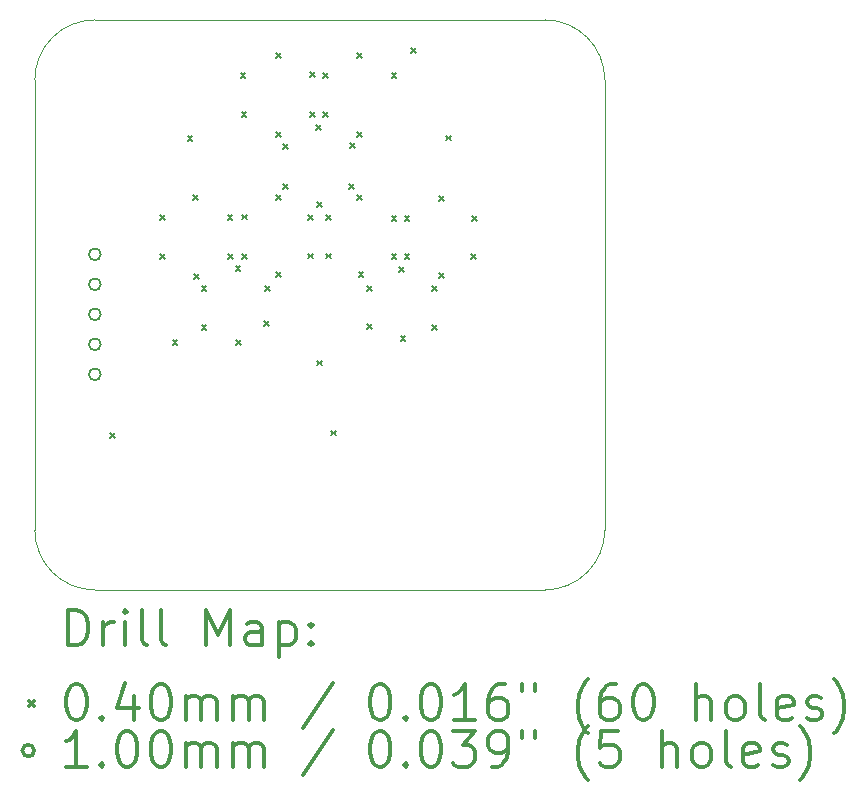
<source format=gbr>
%FSLAX45Y45*%
G04 Gerber Fmt 4.5, Leading zero omitted, Abs format (unit mm)*
G04 Created by KiCad (PCBNEW (5.0.2)-1) date 12/03/2019 22:47:55*
%MOMM*%
%LPD*%
G01*
G04 APERTURE LIST*
%ADD10C,0.100000*%
%ADD11C,0.200000*%
%ADD12C,0.300000*%
G04 APERTURE END LIST*
D10*
X16179800Y-11709400D02*
G75*
G02X15671800Y-12217400I-508000J0D01*
G01*
X11861800Y-12217400D02*
G75*
G02X11353800Y-11709400I0J508000D01*
G01*
X11353800Y-7899400D02*
G75*
G02X11861800Y-7391400I508000J0D01*
G01*
X15671800Y-7391400D02*
G75*
G02X16179800Y-7899400I0J-508000D01*
G01*
X11353800Y-11709400D02*
X11353800Y-7899400D01*
X15671800Y-12217400D02*
X11861800Y-12217400D01*
X16179800Y-7899400D02*
X16179800Y-11709400D01*
X11861800Y-7391400D02*
X15671800Y-7391400D01*
D11*
X11990000Y-10890000D02*
X12030000Y-10930000D01*
X12030000Y-10890000D02*
X11990000Y-10930000D01*
X12415800Y-9043000D02*
X12455800Y-9083000D01*
X12455800Y-9043000D02*
X12415800Y-9083000D01*
X12415800Y-9373000D02*
X12455800Y-9413000D01*
X12455800Y-9373000D02*
X12415800Y-9413000D01*
X12520000Y-10100000D02*
X12560000Y-10140000D01*
X12560000Y-10100000D02*
X12520000Y-10140000D01*
X12647500Y-8375000D02*
X12687500Y-8415000D01*
X12687500Y-8375000D02*
X12647500Y-8415000D01*
X12695800Y-8873000D02*
X12735800Y-8913000D01*
X12735800Y-8873000D02*
X12695800Y-8913000D01*
X12705800Y-9543000D02*
X12745800Y-9583000D01*
X12745800Y-9543000D02*
X12705800Y-9583000D01*
X12765800Y-9643000D02*
X12805800Y-9683000D01*
X12805800Y-9643000D02*
X12765800Y-9683000D01*
X12765800Y-9973000D02*
X12805800Y-10013000D01*
X12805800Y-9973000D02*
X12765800Y-10013000D01*
X12985800Y-9043000D02*
X13025800Y-9083000D01*
X13025800Y-9043000D02*
X12985800Y-9083000D01*
X12990000Y-9372500D02*
X13030000Y-9412500D01*
X13030000Y-9372500D02*
X12990000Y-9412500D01*
X13055000Y-9475000D02*
X13095000Y-9515000D01*
X13095000Y-9475000D02*
X13055000Y-9515000D01*
X13055800Y-10100000D02*
X13095800Y-10140000D01*
X13095800Y-10100000D02*
X13055800Y-10140000D01*
X13095800Y-7843000D02*
X13135800Y-7883000D01*
X13135800Y-7843000D02*
X13095800Y-7883000D01*
X13105800Y-8173000D02*
X13145800Y-8213000D01*
X13145800Y-8173000D02*
X13105800Y-8213000D01*
X13110000Y-9040000D02*
X13150000Y-9080000D01*
X13150000Y-9040000D02*
X13110000Y-9080000D01*
X13110000Y-9372500D02*
X13150000Y-9412500D01*
X13150000Y-9372500D02*
X13110000Y-9412500D01*
X13295000Y-9942500D02*
X13335000Y-9982500D01*
X13335000Y-9942500D02*
X13295000Y-9982500D01*
X13305000Y-9647500D02*
X13345000Y-9687500D01*
X13345000Y-9647500D02*
X13305000Y-9687500D01*
X13395800Y-7673000D02*
X13435800Y-7713000D01*
X13435800Y-7673000D02*
X13395800Y-7713000D01*
X13395800Y-8343000D02*
X13435800Y-8383000D01*
X13435800Y-8343000D02*
X13395800Y-8383000D01*
X13395800Y-8873000D02*
X13435800Y-8913000D01*
X13435800Y-8873000D02*
X13395800Y-8913000D01*
X13400000Y-9530000D02*
X13440000Y-9570000D01*
X13440000Y-9530000D02*
X13400000Y-9570000D01*
X13455800Y-8443000D02*
X13495800Y-8483000D01*
X13495800Y-8443000D02*
X13455800Y-8483000D01*
X13455800Y-8783000D02*
X13495800Y-8823000D01*
X13495800Y-8783000D02*
X13455800Y-8823000D01*
X13670000Y-9045000D02*
X13710000Y-9085000D01*
X13710000Y-9045000D02*
X13670000Y-9085000D01*
X13670000Y-9370000D02*
X13710000Y-9410000D01*
X13710000Y-9370000D02*
X13670000Y-9410000D01*
X13685000Y-8170000D02*
X13725000Y-8210000D01*
X13725000Y-8170000D02*
X13685000Y-8210000D01*
X13685800Y-7833000D02*
X13725800Y-7873000D01*
X13725800Y-7833000D02*
X13685800Y-7873000D01*
X13735800Y-8283000D02*
X13775800Y-8323000D01*
X13775800Y-8283000D02*
X13735800Y-8323000D01*
X13745000Y-8935000D02*
X13785000Y-8975000D01*
X13785000Y-8935000D02*
X13745000Y-8975000D01*
X13745000Y-10277500D02*
X13785000Y-10317500D01*
X13785000Y-10277500D02*
X13745000Y-10317500D01*
X13795800Y-7843000D02*
X13835800Y-7883000D01*
X13835800Y-7843000D02*
X13795800Y-7883000D01*
X13795800Y-8173000D02*
X13835800Y-8213000D01*
X13835800Y-8173000D02*
X13795800Y-8213000D01*
X13820000Y-9045000D02*
X13860000Y-9085000D01*
X13860000Y-9045000D02*
X13820000Y-9085000D01*
X13820278Y-9369513D02*
X13860278Y-9409513D01*
X13860278Y-9369513D02*
X13820278Y-9409513D01*
X13860000Y-10870000D02*
X13900000Y-10910000D01*
X13900000Y-10870000D02*
X13860000Y-10910000D01*
X14015800Y-8783000D02*
X14055800Y-8823000D01*
X14055800Y-8783000D02*
X14015800Y-8823000D01*
X14025800Y-8433000D02*
X14065800Y-8473000D01*
X14065800Y-8433000D02*
X14025800Y-8473000D01*
X14085800Y-7673000D02*
X14125800Y-7713000D01*
X14125800Y-7673000D02*
X14085800Y-7713000D01*
X14085800Y-8343000D02*
X14125800Y-8383000D01*
X14125800Y-8343000D02*
X14085800Y-8383000D01*
X14085800Y-8877500D02*
X14125800Y-8917500D01*
X14125800Y-8877500D02*
X14085800Y-8917500D01*
X14096509Y-9527359D02*
X14136509Y-9567359D01*
X14136509Y-9527359D02*
X14096509Y-9567359D01*
X14167501Y-9645000D02*
X14207501Y-9685000D01*
X14207501Y-9645000D02*
X14167501Y-9685000D01*
X14167501Y-9969144D02*
X14207501Y-10009144D01*
X14207501Y-9969144D02*
X14167501Y-10009144D01*
X14375000Y-7845000D02*
X14415000Y-7885000D01*
X14415000Y-7845000D02*
X14375000Y-7885000D01*
X14375800Y-9055000D02*
X14415800Y-9095000D01*
X14415800Y-9055000D02*
X14375800Y-9095000D01*
X14375800Y-9372500D02*
X14415800Y-9412500D01*
X14415800Y-9372500D02*
X14375800Y-9412500D01*
X14435800Y-9483000D02*
X14475800Y-9523000D01*
X14475800Y-9483000D02*
X14435800Y-9523000D01*
X14450000Y-10070000D02*
X14490000Y-10110000D01*
X14490000Y-10070000D02*
X14450000Y-10110000D01*
X14485800Y-9053000D02*
X14525800Y-9093000D01*
X14525800Y-9053000D02*
X14485800Y-9093000D01*
X14485800Y-9373000D02*
X14525800Y-9413000D01*
X14525800Y-9373000D02*
X14485800Y-9413000D01*
X14540000Y-7630000D02*
X14580000Y-7670000D01*
X14580000Y-7630000D02*
X14540000Y-7670000D01*
X14715800Y-9643000D02*
X14755800Y-9683000D01*
X14755800Y-9643000D02*
X14715800Y-9683000D01*
X14715800Y-9973000D02*
X14755800Y-10013000D01*
X14755800Y-9973000D02*
X14715800Y-10013000D01*
X14775800Y-8883000D02*
X14815800Y-8923000D01*
X14815800Y-8883000D02*
X14775800Y-8923000D01*
X14775800Y-9533000D02*
X14815800Y-9573000D01*
X14815800Y-9533000D02*
X14775800Y-9573000D01*
X14837500Y-8372500D02*
X14877500Y-8412500D01*
X14877500Y-8372500D02*
X14837500Y-8412500D01*
X15045800Y-9373000D02*
X15085800Y-9413000D01*
X15085800Y-9373000D02*
X15045800Y-9413000D01*
X15055800Y-9053000D02*
X15095800Y-9093000D01*
X15095800Y-9053000D02*
X15055800Y-9093000D01*
X11911800Y-9376240D02*
G75*
G03X11911800Y-9376240I-50000J0D01*
G01*
X11911800Y-9630240D02*
G75*
G03X11911800Y-9630240I-50000J0D01*
G01*
X11911800Y-9884240D02*
G75*
G03X11911800Y-9884240I-50000J0D01*
G01*
X11911800Y-10138240D02*
G75*
G03X11911800Y-10138240I-50000J0D01*
G01*
X11911800Y-10392240D02*
G75*
G03X11911800Y-10392240I-50000J0D01*
G01*
D12*
X11635228Y-12688114D02*
X11635228Y-12388114D01*
X11706657Y-12388114D01*
X11749514Y-12402400D01*
X11778086Y-12430971D01*
X11792371Y-12459543D01*
X11806657Y-12516686D01*
X11806657Y-12559543D01*
X11792371Y-12616686D01*
X11778086Y-12645257D01*
X11749514Y-12673829D01*
X11706657Y-12688114D01*
X11635228Y-12688114D01*
X11935228Y-12688114D02*
X11935228Y-12488114D01*
X11935228Y-12545257D02*
X11949514Y-12516686D01*
X11963800Y-12502400D01*
X11992371Y-12488114D01*
X12020943Y-12488114D01*
X12120943Y-12688114D02*
X12120943Y-12488114D01*
X12120943Y-12388114D02*
X12106657Y-12402400D01*
X12120943Y-12416686D01*
X12135228Y-12402400D01*
X12120943Y-12388114D01*
X12120943Y-12416686D01*
X12306657Y-12688114D02*
X12278086Y-12673829D01*
X12263800Y-12645257D01*
X12263800Y-12388114D01*
X12463800Y-12688114D02*
X12435228Y-12673829D01*
X12420943Y-12645257D01*
X12420943Y-12388114D01*
X12806657Y-12688114D02*
X12806657Y-12388114D01*
X12906657Y-12602400D01*
X13006657Y-12388114D01*
X13006657Y-12688114D01*
X13278086Y-12688114D02*
X13278086Y-12530971D01*
X13263800Y-12502400D01*
X13235228Y-12488114D01*
X13178086Y-12488114D01*
X13149514Y-12502400D01*
X13278086Y-12673829D02*
X13249514Y-12688114D01*
X13178086Y-12688114D01*
X13149514Y-12673829D01*
X13135228Y-12645257D01*
X13135228Y-12616686D01*
X13149514Y-12588114D01*
X13178086Y-12573829D01*
X13249514Y-12573829D01*
X13278086Y-12559543D01*
X13420943Y-12488114D02*
X13420943Y-12788114D01*
X13420943Y-12502400D02*
X13449514Y-12488114D01*
X13506657Y-12488114D01*
X13535228Y-12502400D01*
X13549514Y-12516686D01*
X13563800Y-12545257D01*
X13563800Y-12630971D01*
X13549514Y-12659543D01*
X13535228Y-12673829D01*
X13506657Y-12688114D01*
X13449514Y-12688114D01*
X13420943Y-12673829D01*
X13692371Y-12659543D02*
X13706657Y-12673829D01*
X13692371Y-12688114D01*
X13678086Y-12673829D01*
X13692371Y-12659543D01*
X13692371Y-12688114D01*
X13692371Y-12502400D02*
X13706657Y-12516686D01*
X13692371Y-12530971D01*
X13678086Y-12516686D01*
X13692371Y-12502400D01*
X13692371Y-12530971D01*
X11308800Y-13162400D02*
X11348800Y-13202400D01*
X11348800Y-13162400D02*
X11308800Y-13202400D01*
X11692371Y-13018114D02*
X11720943Y-13018114D01*
X11749514Y-13032400D01*
X11763800Y-13046686D01*
X11778086Y-13075257D01*
X11792371Y-13132400D01*
X11792371Y-13203829D01*
X11778086Y-13260971D01*
X11763800Y-13289543D01*
X11749514Y-13303829D01*
X11720943Y-13318114D01*
X11692371Y-13318114D01*
X11663800Y-13303829D01*
X11649514Y-13289543D01*
X11635228Y-13260971D01*
X11620943Y-13203829D01*
X11620943Y-13132400D01*
X11635228Y-13075257D01*
X11649514Y-13046686D01*
X11663800Y-13032400D01*
X11692371Y-13018114D01*
X11920943Y-13289543D02*
X11935228Y-13303829D01*
X11920943Y-13318114D01*
X11906657Y-13303829D01*
X11920943Y-13289543D01*
X11920943Y-13318114D01*
X12192371Y-13118114D02*
X12192371Y-13318114D01*
X12120943Y-13003829D02*
X12049514Y-13218114D01*
X12235228Y-13218114D01*
X12406657Y-13018114D02*
X12435228Y-13018114D01*
X12463800Y-13032400D01*
X12478086Y-13046686D01*
X12492371Y-13075257D01*
X12506657Y-13132400D01*
X12506657Y-13203829D01*
X12492371Y-13260971D01*
X12478086Y-13289543D01*
X12463800Y-13303829D01*
X12435228Y-13318114D01*
X12406657Y-13318114D01*
X12378086Y-13303829D01*
X12363800Y-13289543D01*
X12349514Y-13260971D01*
X12335228Y-13203829D01*
X12335228Y-13132400D01*
X12349514Y-13075257D01*
X12363800Y-13046686D01*
X12378086Y-13032400D01*
X12406657Y-13018114D01*
X12635228Y-13318114D02*
X12635228Y-13118114D01*
X12635228Y-13146686D02*
X12649514Y-13132400D01*
X12678086Y-13118114D01*
X12720943Y-13118114D01*
X12749514Y-13132400D01*
X12763800Y-13160971D01*
X12763800Y-13318114D01*
X12763800Y-13160971D02*
X12778086Y-13132400D01*
X12806657Y-13118114D01*
X12849514Y-13118114D01*
X12878086Y-13132400D01*
X12892371Y-13160971D01*
X12892371Y-13318114D01*
X13035228Y-13318114D02*
X13035228Y-13118114D01*
X13035228Y-13146686D02*
X13049514Y-13132400D01*
X13078086Y-13118114D01*
X13120943Y-13118114D01*
X13149514Y-13132400D01*
X13163800Y-13160971D01*
X13163800Y-13318114D01*
X13163800Y-13160971D02*
X13178086Y-13132400D01*
X13206657Y-13118114D01*
X13249514Y-13118114D01*
X13278086Y-13132400D01*
X13292371Y-13160971D01*
X13292371Y-13318114D01*
X13878086Y-13003829D02*
X13620943Y-13389543D01*
X14263800Y-13018114D02*
X14292371Y-13018114D01*
X14320943Y-13032400D01*
X14335228Y-13046686D01*
X14349514Y-13075257D01*
X14363800Y-13132400D01*
X14363800Y-13203829D01*
X14349514Y-13260971D01*
X14335228Y-13289543D01*
X14320943Y-13303829D01*
X14292371Y-13318114D01*
X14263800Y-13318114D01*
X14235228Y-13303829D01*
X14220943Y-13289543D01*
X14206657Y-13260971D01*
X14192371Y-13203829D01*
X14192371Y-13132400D01*
X14206657Y-13075257D01*
X14220943Y-13046686D01*
X14235228Y-13032400D01*
X14263800Y-13018114D01*
X14492371Y-13289543D02*
X14506657Y-13303829D01*
X14492371Y-13318114D01*
X14478086Y-13303829D01*
X14492371Y-13289543D01*
X14492371Y-13318114D01*
X14692371Y-13018114D02*
X14720943Y-13018114D01*
X14749514Y-13032400D01*
X14763800Y-13046686D01*
X14778086Y-13075257D01*
X14792371Y-13132400D01*
X14792371Y-13203829D01*
X14778086Y-13260971D01*
X14763800Y-13289543D01*
X14749514Y-13303829D01*
X14720943Y-13318114D01*
X14692371Y-13318114D01*
X14663800Y-13303829D01*
X14649514Y-13289543D01*
X14635228Y-13260971D01*
X14620943Y-13203829D01*
X14620943Y-13132400D01*
X14635228Y-13075257D01*
X14649514Y-13046686D01*
X14663800Y-13032400D01*
X14692371Y-13018114D01*
X15078086Y-13318114D02*
X14906657Y-13318114D01*
X14992371Y-13318114D02*
X14992371Y-13018114D01*
X14963800Y-13060971D01*
X14935228Y-13089543D01*
X14906657Y-13103829D01*
X15335228Y-13018114D02*
X15278086Y-13018114D01*
X15249514Y-13032400D01*
X15235228Y-13046686D01*
X15206657Y-13089543D01*
X15192371Y-13146686D01*
X15192371Y-13260971D01*
X15206657Y-13289543D01*
X15220943Y-13303829D01*
X15249514Y-13318114D01*
X15306657Y-13318114D01*
X15335228Y-13303829D01*
X15349514Y-13289543D01*
X15363800Y-13260971D01*
X15363800Y-13189543D01*
X15349514Y-13160971D01*
X15335228Y-13146686D01*
X15306657Y-13132400D01*
X15249514Y-13132400D01*
X15220943Y-13146686D01*
X15206657Y-13160971D01*
X15192371Y-13189543D01*
X15478086Y-13018114D02*
X15478086Y-13075257D01*
X15592371Y-13018114D02*
X15592371Y-13075257D01*
X16035228Y-13432400D02*
X16020943Y-13418114D01*
X15992371Y-13375257D01*
X15978086Y-13346686D01*
X15963800Y-13303829D01*
X15949514Y-13232400D01*
X15949514Y-13175257D01*
X15963800Y-13103829D01*
X15978086Y-13060971D01*
X15992371Y-13032400D01*
X16020943Y-12989543D01*
X16035228Y-12975257D01*
X16278086Y-13018114D02*
X16220943Y-13018114D01*
X16192371Y-13032400D01*
X16178086Y-13046686D01*
X16149514Y-13089543D01*
X16135228Y-13146686D01*
X16135228Y-13260971D01*
X16149514Y-13289543D01*
X16163800Y-13303829D01*
X16192371Y-13318114D01*
X16249514Y-13318114D01*
X16278086Y-13303829D01*
X16292371Y-13289543D01*
X16306657Y-13260971D01*
X16306657Y-13189543D01*
X16292371Y-13160971D01*
X16278086Y-13146686D01*
X16249514Y-13132400D01*
X16192371Y-13132400D01*
X16163800Y-13146686D01*
X16149514Y-13160971D01*
X16135228Y-13189543D01*
X16492371Y-13018114D02*
X16520943Y-13018114D01*
X16549514Y-13032400D01*
X16563800Y-13046686D01*
X16578086Y-13075257D01*
X16592371Y-13132400D01*
X16592371Y-13203829D01*
X16578086Y-13260971D01*
X16563800Y-13289543D01*
X16549514Y-13303829D01*
X16520943Y-13318114D01*
X16492371Y-13318114D01*
X16463800Y-13303829D01*
X16449514Y-13289543D01*
X16435228Y-13260971D01*
X16420943Y-13203829D01*
X16420943Y-13132400D01*
X16435228Y-13075257D01*
X16449514Y-13046686D01*
X16463800Y-13032400D01*
X16492371Y-13018114D01*
X16949514Y-13318114D02*
X16949514Y-13018114D01*
X17078086Y-13318114D02*
X17078086Y-13160971D01*
X17063800Y-13132400D01*
X17035228Y-13118114D01*
X16992371Y-13118114D01*
X16963800Y-13132400D01*
X16949514Y-13146686D01*
X17263800Y-13318114D02*
X17235228Y-13303829D01*
X17220943Y-13289543D01*
X17206657Y-13260971D01*
X17206657Y-13175257D01*
X17220943Y-13146686D01*
X17235228Y-13132400D01*
X17263800Y-13118114D01*
X17306657Y-13118114D01*
X17335228Y-13132400D01*
X17349514Y-13146686D01*
X17363800Y-13175257D01*
X17363800Y-13260971D01*
X17349514Y-13289543D01*
X17335228Y-13303829D01*
X17306657Y-13318114D01*
X17263800Y-13318114D01*
X17535228Y-13318114D02*
X17506657Y-13303829D01*
X17492371Y-13275257D01*
X17492371Y-13018114D01*
X17763800Y-13303829D02*
X17735228Y-13318114D01*
X17678086Y-13318114D01*
X17649514Y-13303829D01*
X17635228Y-13275257D01*
X17635228Y-13160971D01*
X17649514Y-13132400D01*
X17678086Y-13118114D01*
X17735228Y-13118114D01*
X17763800Y-13132400D01*
X17778086Y-13160971D01*
X17778086Y-13189543D01*
X17635228Y-13218114D01*
X17892371Y-13303829D02*
X17920943Y-13318114D01*
X17978086Y-13318114D01*
X18006657Y-13303829D01*
X18020943Y-13275257D01*
X18020943Y-13260971D01*
X18006657Y-13232400D01*
X17978086Y-13218114D01*
X17935228Y-13218114D01*
X17906657Y-13203829D01*
X17892371Y-13175257D01*
X17892371Y-13160971D01*
X17906657Y-13132400D01*
X17935228Y-13118114D01*
X17978086Y-13118114D01*
X18006657Y-13132400D01*
X18120943Y-13432400D02*
X18135228Y-13418114D01*
X18163800Y-13375257D01*
X18178086Y-13346686D01*
X18192371Y-13303829D01*
X18206657Y-13232400D01*
X18206657Y-13175257D01*
X18192371Y-13103829D01*
X18178086Y-13060971D01*
X18163800Y-13032400D01*
X18135228Y-12989543D01*
X18120943Y-12975257D01*
X11348800Y-13578400D02*
G75*
G03X11348800Y-13578400I-50000J0D01*
G01*
X11792371Y-13714114D02*
X11620943Y-13714114D01*
X11706657Y-13714114D02*
X11706657Y-13414114D01*
X11678086Y-13456971D01*
X11649514Y-13485543D01*
X11620943Y-13499829D01*
X11920943Y-13685543D02*
X11935228Y-13699829D01*
X11920943Y-13714114D01*
X11906657Y-13699829D01*
X11920943Y-13685543D01*
X11920943Y-13714114D01*
X12120943Y-13414114D02*
X12149514Y-13414114D01*
X12178086Y-13428400D01*
X12192371Y-13442686D01*
X12206657Y-13471257D01*
X12220943Y-13528400D01*
X12220943Y-13599829D01*
X12206657Y-13656971D01*
X12192371Y-13685543D01*
X12178086Y-13699829D01*
X12149514Y-13714114D01*
X12120943Y-13714114D01*
X12092371Y-13699829D01*
X12078086Y-13685543D01*
X12063800Y-13656971D01*
X12049514Y-13599829D01*
X12049514Y-13528400D01*
X12063800Y-13471257D01*
X12078086Y-13442686D01*
X12092371Y-13428400D01*
X12120943Y-13414114D01*
X12406657Y-13414114D02*
X12435228Y-13414114D01*
X12463800Y-13428400D01*
X12478086Y-13442686D01*
X12492371Y-13471257D01*
X12506657Y-13528400D01*
X12506657Y-13599829D01*
X12492371Y-13656971D01*
X12478086Y-13685543D01*
X12463800Y-13699829D01*
X12435228Y-13714114D01*
X12406657Y-13714114D01*
X12378086Y-13699829D01*
X12363800Y-13685543D01*
X12349514Y-13656971D01*
X12335228Y-13599829D01*
X12335228Y-13528400D01*
X12349514Y-13471257D01*
X12363800Y-13442686D01*
X12378086Y-13428400D01*
X12406657Y-13414114D01*
X12635228Y-13714114D02*
X12635228Y-13514114D01*
X12635228Y-13542686D02*
X12649514Y-13528400D01*
X12678086Y-13514114D01*
X12720943Y-13514114D01*
X12749514Y-13528400D01*
X12763800Y-13556971D01*
X12763800Y-13714114D01*
X12763800Y-13556971D02*
X12778086Y-13528400D01*
X12806657Y-13514114D01*
X12849514Y-13514114D01*
X12878086Y-13528400D01*
X12892371Y-13556971D01*
X12892371Y-13714114D01*
X13035228Y-13714114D02*
X13035228Y-13514114D01*
X13035228Y-13542686D02*
X13049514Y-13528400D01*
X13078086Y-13514114D01*
X13120943Y-13514114D01*
X13149514Y-13528400D01*
X13163800Y-13556971D01*
X13163800Y-13714114D01*
X13163800Y-13556971D02*
X13178086Y-13528400D01*
X13206657Y-13514114D01*
X13249514Y-13514114D01*
X13278086Y-13528400D01*
X13292371Y-13556971D01*
X13292371Y-13714114D01*
X13878086Y-13399829D02*
X13620943Y-13785543D01*
X14263800Y-13414114D02*
X14292371Y-13414114D01*
X14320943Y-13428400D01*
X14335228Y-13442686D01*
X14349514Y-13471257D01*
X14363800Y-13528400D01*
X14363800Y-13599829D01*
X14349514Y-13656971D01*
X14335228Y-13685543D01*
X14320943Y-13699829D01*
X14292371Y-13714114D01*
X14263800Y-13714114D01*
X14235228Y-13699829D01*
X14220943Y-13685543D01*
X14206657Y-13656971D01*
X14192371Y-13599829D01*
X14192371Y-13528400D01*
X14206657Y-13471257D01*
X14220943Y-13442686D01*
X14235228Y-13428400D01*
X14263800Y-13414114D01*
X14492371Y-13685543D02*
X14506657Y-13699829D01*
X14492371Y-13714114D01*
X14478086Y-13699829D01*
X14492371Y-13685543D01*
X14492371Y-13714114D01*
X14692371Y-13414114D02*
X14720943Y-13414114D01*
X14749514Y-13428400D01*
X14763800Y-13442686D01*
X14778086Y-13471257D01*
X14792371Y-13528400D01*
X14792371Y-13599829D01*
X14778086Y-13656971D01*
X14763800Y-13685543D01*
X14749514Y-13699829D01*
X14720943Y-13714114D01*
X14692371Y-13714114D01*
X14663800Y-13699829D01*
X14649514Y-13685543D01*
X14635228Y-13656971D01*
X14620943Y-13599829D01*
X14620943Y-13528400D01*
X14635228Y-13471257D01*
X14649514Y-13442686D01*
X14663800Y-13428400D01*
X14692371Y-13414114D01*
X14892371Y-13414114D02*
X15078086Y-13414114D01*
X14978086Y-13528400D01*
X15020943Y-13528400D01*
X15049514Y-13542686D01*
X15063800Y-13556971D01*
X15078086Y-13585543D01*
X15078086Y-13656971D01*
X15063800Y-13685543D01*
X15049514Y-13699829D01*
X15020943Y-13714114D01*
X14935228Y-13714114D01*
X14906657Y-13699829D01*
X14892371Y-13685543D01*
X15220943Y-13714114D02*
X15278086Y-13714114D01*
X15306657Y-13699829D01*
X15320943Y-13685543D01*
X15349514Y-13642686D01*
X15363800Y-13585543D01*
X15363800Y-13471257D01*
X15349514Y-13442686D01*
X15335228Y-13428400D01*
X15306657Y-13414114D01*
X15249514Y-13414114D01*
X15220943Y-13428400D01*
X15206657Y-13442686D01*
X15192371Y-13471257D01*
X15192371Y-13542686D01*
X15206657Y-13571257D01*
X15220943Y-13585543D01*
X15249514Y-13599829D01*
X15306657Y-13599829D01*
X15335228Y-13585543D01*
X15349514Y-13571257D01*
X15363800Y-13542686D01*
X15478086Y-13414114D02*
X15478086Y-13471257D01*
X15592371Y-13414114D02*
X15592371Y-13471257D01*
X16035228Y-13828400D02*
X16020943Y-13814114D01*
X15992371Y-13771257D01*
X15978086Y-13742686D01*
X15963800Y-13699829D01*
X15949514Y-13628400D01*
X15949514Y-13571257D01*
X15963800Y-13499829D01*
X15978086Y-13456971D01*
X15992371Y-13428400D01*
X16020943Y-13385543D01*
X16035228Y-13371257D01*
X16292371Y-13414114D02*
X16149514Y-13414114D01*
X16135228Y-13556971D01*
X16149514Y-13542686D01*
X16178086Y-13528400D01*
X16249514Y-13528400D01*
X16278086Y-13542686D01*
X16292371Y-13556971D01*
X16306657Y-13585543D01*
X16306657Y-13656971D01*
X16292371Y-13685543D01*
X16278086Y-13699829D01*
X16249514Y-13714114D01*
X16178086Y-13714114D01*
X16149514Y-13699829D01*
X16135228Y-13685543D01*
X16663800Y-13714114D02*
X16663800Y-13414114D01*
X16792371Y-13714114D02*
X16792371Y-13556971D01*
X16778086Y-13528400D01*
X16749514Y-13514114D01*
X16706657Y-13514114D01*
X16678086Y-13528400D01*
X16663800Y-13542686D01*
X16978086Y-13714114D02*
X16949514Y-13699829D01*
X16935228Y-13685543D01*
X16920943Y-13656971D01*
X16920943Y-13571257D01*
X16935228Y-13542686D01*
X16949514Y-13528400D01*
X16978086Y-13514114D01*
X17020943Y-13514114D01*
X17049514Y-13528400D01*
X17063800Y-13542686D01*
X17078086Y-13571257D01*
X17078086Y-13656971D01*
X17063800Y-13685543D01*
X17049514Y-13699829D01*
X17020943Y-13714114D01*
X16978086Y-13714114D01*
X17249514Y-13714114D02*
X17220943Y-13699829D01*
X17206657Y-13671257D01*
X17206657Y-13414114D01*
X17478086Y-13699829D02*
X17449514Y-13714114D01*
X17392371Y-13714114D01*
X17363800Y-13699829D01*
X17349514Y-13671257D01*
X17349514Y-13556971D01*
X17363800Y-13528400D01*
X17392371Y-13514114D01*
X17449514Y-13514114D01*
X17478086Y-13528400D01*
X17492371Y-13556971D01*
X17492371Y-13585543D01*
X17349514Y-13614114D01*
X17606657Y-13699829D02*
X17635228Y-13714114D01*
X17692371Y-13714114D01*
X17720943Y-13699829D01*
X17735228Y-13671257D01*
X17735228Y-13656971D01*
X17720943Y-13628400D01*
X17692371Y-13614114D01*
X17649514Y-13614114D01*
X17620943Y-13599829D01*
X17606657Y-13571257D01*
X17606657Y-13556971D01*
X17620943Y-13528400D01*
X17649514Y-13514114D01*
X17692371Y-13514114D01*
X17720943Y-13528400D01*
X17835228Y-13828400D02*
X17849514Y-13814114D01*
X17878086Y-13771257D01*
X17892371Y-13742686D01*
X17906657Y-13699829D01*
X17920943Y-13628400D01*
X17920943Y-13571257D01*
X17906657Y-13499829D01*
X17892371Y-13456971D01*
X17878086Y-13428400D01*
X17849514Y-13385543D01*
X17835228Y-13371257D01*
M02*

</source>
